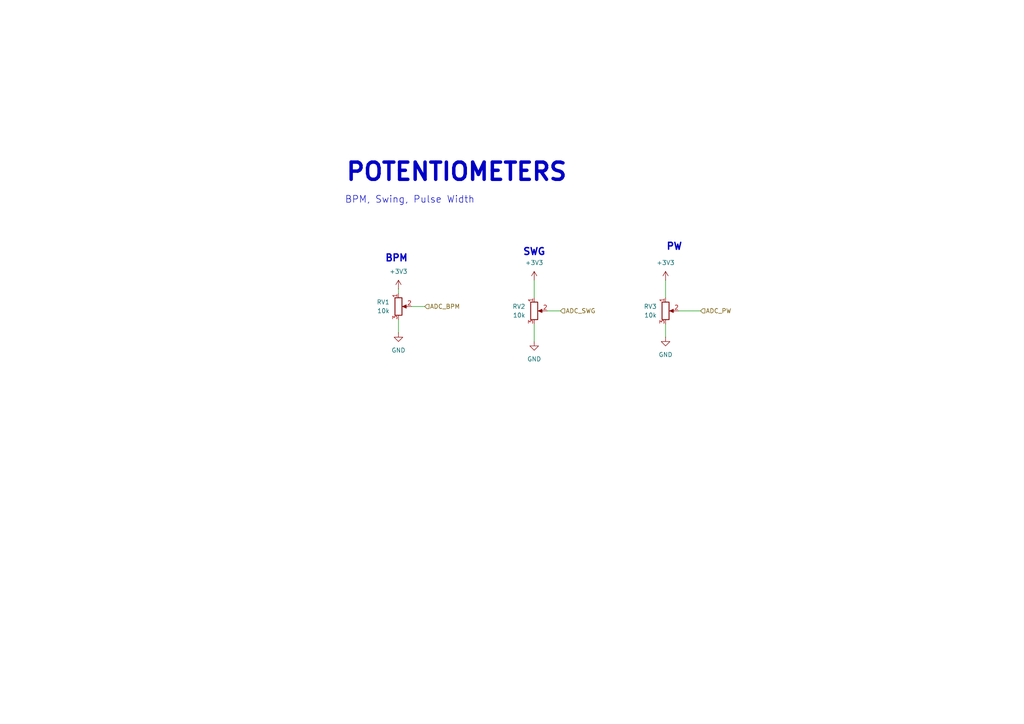
<source format=kicad_sch>
(kicad_sch (version 20250114) (generator "eeschema") (generator_version "9.0")
  (paper "A4")
  (title_block (title "SENGBARD - Potentiometers") (date "2026-01-27") (rev "0.1") (comment 1 "3x Potentiometers for BPM, Swing, Pulse Width"))
  (lib_symbols
    (symbol "+3V3_1" (power) (pin_numbers (hide yes)) (pin_names (offset 0) (hide yes))
      (property "Value" "+3V3" (at 0 3.556 0))
      (symbol "+3V3_1_0_1"
        (polyline (pts (xy -0.762 1.27) (xy 0 2.54)))
        (polyline (pts (xy 0 2.54) (xy 0.762 1.27)))
        (polyline (pts (xy 0 0) (xy 0 2.54)))
      )
      (symbol "+3V3_1_1_1"
        (pin power_in line (at 0 0 90) (length 0) (name "~") (number "1"))
      )
    )
    (symbol "Device:R_Potentiometer" (pin_names (offset 1.016) (hide yes))
      (property "Reference" "RV" (at -4.445 0 90))
      (property "Value" "R_Potentiometer" (at -2.54 0 90))
      (symbol "R_Potentiometer_0_1"
        (rectangle (start 1.016 2.54) (end -1.016 -2.54) (stroke (width 0.254)))
        (polyline (pts (xy 1.143 0) (xy 2.286 0.508) (xy 2.286 -0.508) (xy 1.143 0)) (fill (type outline)))
        (polyline (pts (xy 2.54 0) (xy 1.524 0)))
      )
      (symbol "R_Potentiometer_1_1"
        (pin passive line (at 0 3.81 270) (length 1.27) (name "1") (number "1"))
        (pin passive line (at 0 -3.81 90) (length 1.27) (name "3") (number "3"))
        (pin passive line (at 3.81 0 180) (length 1.27) (name "2") (number "2"))
      )
    )
    (symbol "GND_1" (power) (pin_numbers (hide yes)) (pin_names (offset 0) (hide yes))
      (property "Value" "GND" (at 0 -3.81 0))
      (symbol "GND_1_0_1"
        (polyline (pts (xy 0 0) (xy 0 -1.27) (xy 1.27 -1.27) (xy 0 -2.54) (xy -1.27 -1.27) (xy 0 -1.27)))
      )
      (symbol "GND_1_1_1"
        (pin power_in line (at 0 0 270) (length 0) (name "~") (number "1"))
      )
    )
  )
  (text "SWG" (at 154.94 73.152 0) (effects (font (size 2 2) (bold yes))))
  (text "BPM" (at 115 75 0) (effects (font (size 2 2) (bold yes))))
  (text "PW" (at 195.58 71.628 0) (effects (font (size 2 2) (bold yes))))
  (text "POTENTIOMETERS" (at 100 50 0) (effects (font (size 5 5) (bold yes)) (justify left)))
  (text "BPM, Swing, Pulse Width" (at 100 58 0) (effects (font (size 2 2)) (justify left)))
  (wire (pts (xy 115.57 83.82) (xy 115.57 85.09)))
  (wire (pts (xy 154.94 81.28) (xy 154.94 86.36)))
  (wire (pts (xy 119.38 88.9) (xy 123.19 88.9)))
  (wire (pts (xy 196.85 90.17) (xy 203.2 90.17)))
  (wire (pts (xy 158.75 90.17) (xy 162.56 90.17)))
  (wire (pts (xy 193.04 93.98) (xy 193.04 97.79)))
  (wire (pts (xy 154.94 93.98) (xy 154.94 99.06)))
  (wire (pts (xy 193.04 81.28) (xy 193.04 86.36)))
  (wire (pts (xy 115.57 92.71) (xy 115.57 96.52)))
  (hierarchical_label "ADC_BPM" (shape input) (at 123.19 88.9 0))
  (hierarchical_label "ADC_PW" (shape input) (at 203.2 90.17 0))
  (hierarchical_label "ADC_SWG" (shape input) (at 162.56 90.17 0))
  (symbol (lib_name "+3V3_1") (lib_id "power:+3V3") (at 154.94 81.28 0) (unit 1)
    (property "Reference" "#PWR075" (effects (hide yes)))
    (property "Value" "+3V3" (at 154.94 76.2 0))
    (property "Description" "Power symbol creates a global label with name \"+3V3\"" (effects (hide yes)))
  )
  (symbol (lib_id "Device:R_Potentiometer") (at 115.57 88.9 0) (unit 1)
    (property "Reference" "RV1" (at 113.03 87.6299 0) (effects (justify right)))
    (property "Value" "10k" (at 113.03 90.1699 0) (effects (justify right)))
    (property "Description" "Potentiometer" (effects (hide yes)))
  )
  (symbol (lib_id "Device:R_Potentiometer") (at 193.04 90.17 0) (unit 1)
    (property "Reference" "RV3" (at 190.5 88.8999 0) (effects (justify right)))
    (property "Value" "10k" (at 190.5 91.4399 0) (effects (justify right)))
    (property "Description" "Potentiometer" (effects (hide yes)))
  )
  (symbol (lib_name "GND_1") (lib_id "power:GND") (at 193.04 97.79 0) (unit 1)
    (property "Reference" "#PWR073" (effects (hide yes)))
    (property "Value" "GND" (at 193.04 102.87 0))
    (property "Description" "Power symbol creates a global label with name \"GND\" , ground" (effects (hide yes)))
  )
  (symbol (lib_id "Device:R_Potentiometer") (at 154.94 90.17 0) (unit 1)
    (property "Reference" "RV2" (at 152.4 88.8999 0) (effects (justify right)))
    (property "Value" "10k" (at 152.4 91.4399 0) (effects (justify right)))
    (property "Description" "Potentiometer" (effects (hide yes)))
  )
  (symbol (lib_name "GND_1") (lib_id "power:GND") (at 115.57 96.52 0) (unit 1)
    (property "Reference" "#PWR011" (effects (hide yes)))
    (property "Value" "GND" (at 115.57 101.6 0))
    (property "Description" "Power symbol creates a global label with name \"GND\" , ground" (effects (hide yes)))
  )
  (symbol (lib_name "GND_1") (lib_id "power:GND") (at 154.94 99.06 0) (unit 1)
    (property "Reference" "#PWR072" (effects (hide yes)))
    (property "Value" "GND" (at 154.94 104.14 0))
    (property "Description" "Power symbol creates a global label with name \"GND\" , ground" (effects (hide yes)))
  )
  (symbol (lib_name "+3V3_1") (lib_id "power:+3V3") (at 115.57 83.82 0) (unit 1)
    (property "Reference" "#PWR074" (effects (hide yes)))
    (property "Value" "+3V3" (at 115.57 78.74 0))
    (property "Description" "Power symbol creates a global label with name \"+3V3\"" (effects (hide yes)))
  )
  (symbol (lib_name "+3V3_1") (lib_id "power:+3V3") (at 193.04 81.28 0) (unit 1)
    (property "Reference" "#PWR076" (effects (hide yes)))
    (property "Value" "+3V3" (at 193.04 76.2 0))
    (property "Description" "Power symbol creates a global label with name \"+3V3\"" (effects (hide yes)))
  )
)
</source>
